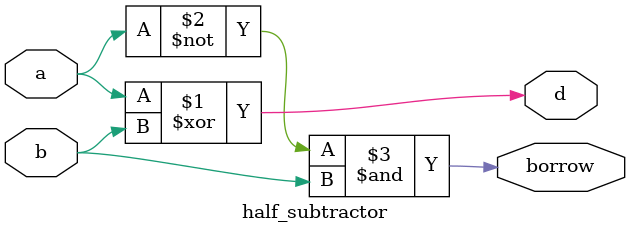
<source format=v>
`timescale 1ns/1ps
module half_subtractor (input a,
                       input b,
                       output reg d,
                       output reg borrow);

  assign d = a^b;
  assign borrow = (~a)&b;
  
  endmodule

</source>
